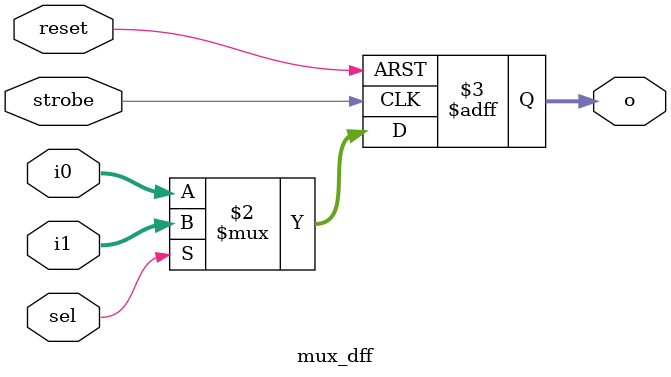
<source format=v>
module mux_dff (
    input wire [63:0] i0,
    input wire [63:0] i1,
    input wire sel,
    input wire strobe,
    input wire reset,
    output reg [63:0] o
);


always @ (posedge strobe or posedge reset) begin
  if (reset) begin
    o <= 64'd0;
  end else begin
    o <= (sel) ? i1 : i0;    
  end
end

endmodule
</source>
